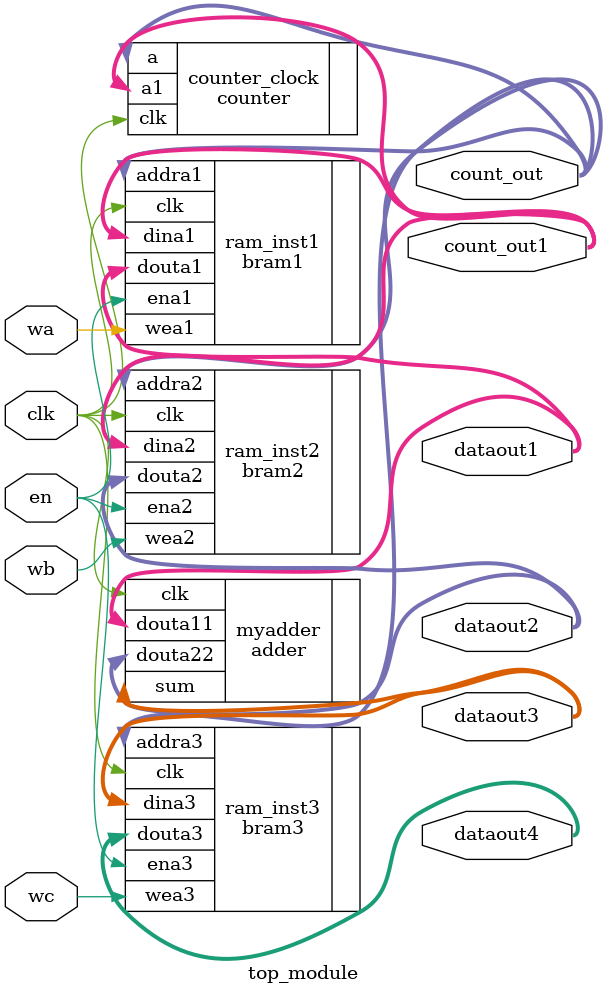
<source format=v>
`timescale 1ns / 1ps


module top_module(

  input wire clk,
  input wa, wb, wc,en,
  
  output [7:0] count_out,
  output [15:0] count_out1,
  output [15:0] dataout1, dataout2 ,dataout3,dataout4
);

  // Instantiate the counter and RAM modules
 counter counter_clock (
    .clk(clk),
    .a(count_out),
    .a1(count_out1)
  );

  bram1 ram_inst1 (
    .clk(clk),
    .ena1(en), // Assuming active-high reset
    .wea1(wa), // Write enable always enabled in this example
    .addra1(count_out),
    .dina1(count_out1),
    .douta1(dataout1) // Output port not connected in this example
  );
bram2 ram_inst2 (
    .clk(clk),
    .ena2(en),             // Assuming active-high reset
    .wea2(wb),             // Write enable always enabled in this example
    .addra2(count_out),
    .dina2(count_out1),
    .douta2(dataout2)      // Output port not connected in this example
  );

  adder myadder(
  .clk(clk),
  .douta11(dataout1),
//  .wea1(wa),
//  .wea2(wb), 
//  .wea3(wc),
  .douta22(dataout2),
  .sum(dataout3)
  );
  bram3 ram_inst3 (
    .clk(clk),
    .ena3(en),          // Assuming active-high reset
    .wea3(wc),          // Write enable always enabled in this example
    .addra3(count_out),
    .dina3(dataout3),
    .douta3(dataout4)   // Output port not connected in this example
  );
endmodule


</source>
